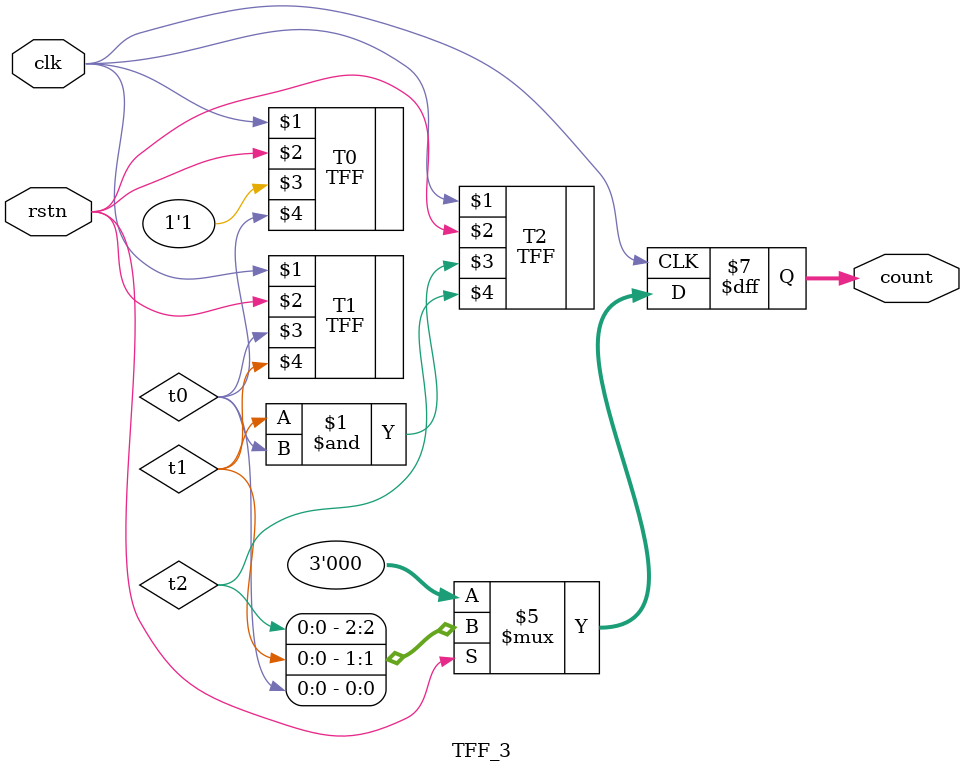
<source format=v>
`timescale 1ns / 1ps


module TFF_3( input clk, rstn, output reg [2:0] count);
  wire t0, t1, t2;
  
  TFF T0 (clk, rstn, 1'b1, t0);
  TFF T1 (clk, rstn, t0, t1);
  TFF T2 (clk, rstn, t1&t0, t2);
  
  always @(posedge clk) 
    begin
      if (!rstn) 
        count <= 3'b000;
      else
        count <= {t2, t1, t0};
    end
endmodule

</source>
